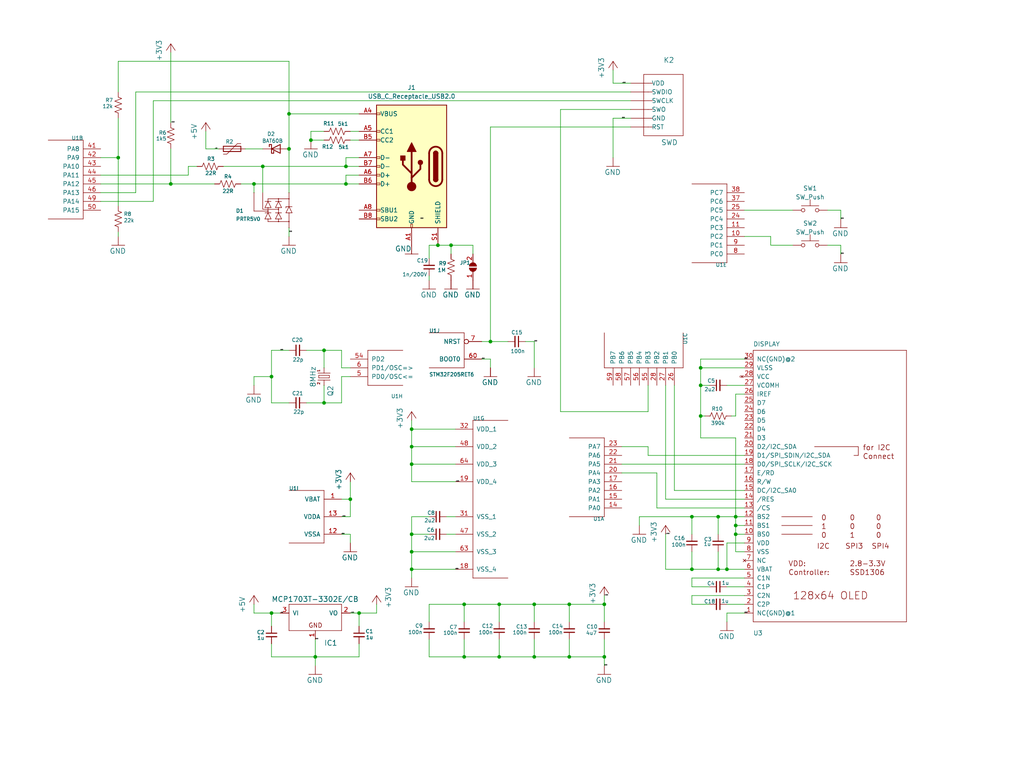
<source format=kicad_sch>
(kicad_sch (version 20230121) (generator eeschema)
  (paper "User" 297.002 219.608)
  (lib_symbols
    (symbol "Connector:USB_C_Receptacle_USB2.0" (pin_names (offset 1.016))
      (property "Reference" "J" (at -10.16 19.05 0))
      (property "Value" "USB_C_Receptacle_USB2.0" (at 19.05 19.05 0))
      (symbol "USB_C_Receptacle_USB2.0_1_1"
        (pin passive line (at 0 -22.86 90) (length 5.08) (name "GND") (number "A1"))
        (pin passive line (at 0 -22.86 90) (length 5.08) hide (name "GND") (number "A12"))
        (pin passive line (at 15.24 15.24 180) (length 5.08) (name "VBUS") (number "A4"))
        (pin bidirectional line (at 15.24 10.16 180) (length 5.08) (name "CC1") (number "A5"))
        (pin bidirectional line (at 15.24 -2.54 180) (length 5.08) (name "D+") (number "A6"))
        (pin bidirectional line (at 15.24 2.54 180) (length 5.08) (name "D-") (number "A7"))
        (pin bidirectional line (at 15.24 -12.7 180) (length 5.08) (name "SBU1") (number "A8"))
        (pin passive line (at 15.24 15.24 180) (length 5.08) hide (name "VBUS") (number "A9"))
        (pin passive line (at 0 -22.86 90) (length 5.08) hide (name "GND") (number "B1"))
        (pin passive line (at 0 -22.86 90) (length 5.08) hide (name "GND") (number "B12"))
        (pin passive line (at 15.24 15.24 180) (length 5.08) hide (name "VBUS") (number "B4"))
        (pin bidirectional line (at 15.24 7.62 180) (length 5.08) (name "CC2") (number "B5"))
        (pin bidirectional line (at 15.24 -5.08 180) (length 5.08) (name "D+") (number "B6"))
        (pin bidirectional line (at 15.24 0 180) (length 5.08) (name "D-") (number "B7"))
        (pin bidirectional line (at 15.24 -15.24 180) (length 5.08) (name "SBU2") (number "B8"))
        (pin passive line (at 15.24 15.24 180) (length 5.08) hide (name "VBUS") (number "B9"))
        (pin passive line (at -7.62 -22.86 90) (length 5.08) (name "SHIELD") (number "S1"))
      )
    )
    (symbol "Device:C_Small" (pin_numbers hide) (pin_names (offset 0.254) hide)
      (property "Reference" "C" (at 0.254 1.778 0))
      (property "Value" "C_Small" (at 0.254 -2.032 0))
      (symbol "C_Small_1_1"
        (pin passive line (at 0 2.54 270) (length 2.032) (name "~") (number "1"))
        (pin passive line (at 0 -2.54 90) (length 2.032) (name "~") (number "2"))
      )
    )
    (symbol "Device:Polyfuse" (pin_numbers hide) (pin_names (offset 0))
      (property "Reference" "F" (at -2.54 0 90))
      (property "Value" "Polyfuse" (at 2.54 0 90))
      (symbol "Polyfuse_1_1"
        (pin passive line (at 0 3.81 270) (length 1.27) (name "~") (number "1"))
        (pin passive line (at 0 -3.81 90) (length 1.27) (name "~") (number "2"))
      )
    )
    (symbol "Device:R_US" (pin_numbers hide) (pin_names (offset 0))
      (property "Reference" "R" (at 2.54 0 90))
      (property "Value" "R_US" (at -2.54 0 90))
      (symbol "R_US_1_1"
        (pin passive line (at 0 3.81 270) (length 1.27) (name "~") (number "1"))
        (pin passive line (at 0 -3.81 90) (length 1.27) (name "~") (number "2"))
      )
    )
    (symbol "Diode:BAT60A" (pin_numbers hide) (pin_names (offset 1.016) hide)
      (property "Reference" "D" (at 0 2.54 0))
      (property "Value" "BAT60A" (at 0 -2.54 0))
      (symbol "BAT60A_1_1"
        (pin passive line (at -3.81 0 0) (length 2.54) (name "K") (number "1"))
        (pin passive line (at 3.81 0 180) (length 2.54) (name "A") (number "2"))
      )
    )
    (symbol "Jumper:SolderJumper_2_Open" (pin_names (offset 0) hide)
      (property "Reference" "JP" (at 0 2.032 0))
      (property "Value" "SolderJumper_2_Open" (at 0 -2.54 0))
      (symbol "SolderJumper_2_Open_1_1"
        (pin passive line (at -3.81 0 0) (length 2.54) (name "A") (number "1"))
        (pin passive line (at 3.81 0 180) (length 2.54) (name "B") (number "2"))
      )
    )
    (symbol "Switch:SW_Push" (pin_numbers hide) (pin_names (offset 1.016) hide)
      (property "Reference" "SW" (at 1.27 2.54 0))
      (property "Value" "SW_Push" (at 0 -1.524 0))
      (symbol "SW_Push_0_1"
        (pin passive line (at -5.08 0 0) (length 2.54) (name "1") (number "1"))
        (pin passive line (at 5.08 0 180) (length 2.54) (name "2") (number "2"))
      )
    )
    (symbol "trezor_v1.1-eagle-import:+3V3" (power) (pin_names (offset 1.016))
      (property "Value" "+3V3" (at -2.54 -5.08 90))
      (symbol "+3V3_1_0"
        (pin power_in line (at 0 -2.54 90) (length 2.54) (name "+3V3") (number "1"))
      )
    )
    (symbol "trezor_v1.1-eagle-import:+5V" (power) (pin_names (offset 1.016))
      (property "Value" "+5V" (at -2.54 -5.08 90))
      (symbol "+5V_1_0"
        (pin power_in line (at 0 -2.54 90) (length 2.54) (name "+5V") (number "1"))
      )
    )
    (symbol "trezor_v1.1-eagle-import:CRYSTALCTS406" (pin_names (offset 1.016))
      (property "Reference" "Q" (at 2.54 1.016 0))
      (property "Value" "CRYSTALCTS406" (at 2.54 -2.54 0))
      (symbol "CRYSTALCTS406_1_0"
        (text "1" (at -2.159 -1.143 0) (effects (font (size 0.7112 0.7112)) (justify left bottom)))
        (text "2" (at 1.524 -1.143 0) (effects (font (size 0.7112 0.7112)) (justify left bottom)))
        (pin passive line (at -2.54 0 0) (length 0) (name "1") (number "1"))
        (pin passive line (at 2.54 0 180) (length 0) (name "2") (number "3"))
      )
    )
    (symbol "trezor_v1.1-eagle-import:DISP_OLED_UG-2864HSWEG010.96{dblquote}" (pin_names (offset 1.016))
      (property "Reference" "U" (at -22.86 40.64 0))
      (property "Value" "DISP_OLED_UG-2864HSWEG010.96{dblquote}" (at -22.86 -43.18 0))
      (symbol "DISP_OLED_UG-2864HSWEG010.96{dblquote}_1_0"
        (text "0" (at -3.175 6.985 0) (effects (font (size 1.4986 1.4986)) (justify left bottom)))
        (text "0" (at -3.175 12.065 0) (effects (font (size 1.4986 1.4986)) (justify left bottom)))
        (text "0" (at 5.08 6.985 0) (effects (font (size 1.4986 1.4986)) (justify left bottom)))
        (text "0" (at 5.08 9.525 0) (effects (font (size 1.4986 1.4986)) (justify left bottom)))
        (text "0" (at 12.7 6.985 0) (effects (font (size 1.4986 1.4986)) (justify left bottom)))
        (text "0" (at 12.7 9.525 0) (effects (font (size 1.4986 1.4986)) (justify left bottom)))
        (text "0" (at 12.7 12.065 0) (effects (font (size 1.4986 1.4986)) (justify left bottom)))
        (text "1" (at -3.175 9.525 0) (effects (font (size 1.4986 1.4986)) (justify left bottom)))
        (text "1" (at 5.08 12.065 0) (effects (font (size 1.4986 1.4986)) (justify left bottom)))
        (text "128x64 OLED" (at -11.43 29.21 0) (effects (font (size 2.159 2.159)) (justify left bottom)))
        (text "2.8-3.3V" (at 5.08 20.32 0) (effects (font (size 1.4986 1.4986)) (justify left bottom)))
        (text "Connect" (at 8.89 -10.795 0) (effects (font (size 1.4986 1.4986)) (justify left bottom)))
        (text "Controller:" (at -12.7 22.86 0) (effects (font (size 1.4986 1.4986)) (justify left bottom)))
        (text "for I2C" (at 8.89 -13.335 0) (effects (font (size 1.4986 1.4986)) (justify left bottom)))
        (text "I2C" (at -4.445 15.24 0) (effects (font (size 1.4986 1.4986)) (justify left bottom)))
        (text "SPI3" (at 3.81 15.24 0) (effects (font (size 1.4986 1.4986)) (justify left bottom)))
        (text "SPI4" (at 11.43 15.24 0) (effects (font (size 1.4986 1.4986)) (justify left bottom)))
        (text "SSD1306" (at 5.08 22.86 0) (effects (font (size 1.4986 1.4986)) (justify left bottom)))
        (text "VDD:" (at -12.7 20.32 0) (effects (font (size 1.4986 1.4986)) (justify left bottom)))
        (pin input line (at -25.4 35.56 0) (length 2.54) (name "NC(GND)@1") (number "1"))
        (pin input line (at -25.4 12.7 0) (length 2.54) (name "BS0") (number "10"))
        (pin input line (at -25.4 10.16 0) (length 2.54) (name "BS1") (number "11"))
        (pin input line (at -25.4 7.62 0) (length 2.54) (name "BS2") (number "12"))
        (pin input line (at -25.4 5.08 0) (length 2.54) (name "/CS") (number "13"))
        (pin input line (at -25.4 2.54 0) (length 2.54) (name "/RES") (number "14"))
        (pin input line (at -25.4 0 0) (length 2.54) (name "DC/I2C_SA0") (number "15"))
        (pin input line (at -25.4 -2.54 0) (length 2.54) (name "R/W") (number "16"))
        (pin input line (at -25.4 -5.08 0) (length 2.54) (name "E/RD") (number "17"))
        (pin bidirectional line (at -25.4 -7.62 0) (length 2.54) (name "D0/SPI_SCLK/I2C_SCK") (number "18"))
        (pin bidirectional line (at -25.4 -10.16 0) (length 2.54) (name "D1/SPI_SDIN/I2C_SDA") (number "19"))
        (pin input line (at -25.4 33.02 0) (length 2.54) (name "C2P") (number "2"))
        (pin bidirectional line (at -25.4 -12.7 0) (length 2.54) (name "D2/I2C_SDA") (number "20"))
        (pin bidirectional line (at -25.4 -15.24 0) (length 2.54) (name "D3") (number "21"))
        (pin bidirectional line (at -25.4 -17.78 0) (length 2.54) (name "D4") (number "22"))
        (pin bidirectional line (at -25.4 -20.32 0) (length 2.54) (name "D5") (number "23"))
        (pin bidirectional line (at -25.4 -22.86 0) (length 2.54) (name "D6") (number "24"))
        (pin bidirectional line (at -25.4 -25.4 0) (length 2.54) (name "D7") (number "25"))
        (pin input line (at -25.4 -27.94 0) (length 2.54) (name "IREF") (number "26"))
        (pin output line (at -25.4 -30.48 0) (length 2.54) (name "VCOMH") (number "27"))
        (pin power_in line (at -25.4 -33.02 0) (length 2.54) (name "VCC") (number "28"))
        (pin power_in line (at -25.4 -35.56 0) (length 2.54) (name "VLSS") (number "29"))
        (pin input line (at -25.4 30.48 0) (length 2.54) (name "C2N") (number "3"))
        (pin input line (at -25.4 -38.1 0) (length 2.54) (name "NC(GND)@2") (number "30"))
        (pin input line (at -25.4 27.94 0) (length 2.54) (name "C1P") (number "4"))
        (pin input line (at -25.4 25.4 0) (length 2.54) (name "C1N") (number "5"))
        (pin input line (at -25.4 22.86 0) (length 2.54) (name "VBAT") (number "6"))
        (pin no_connect line (at -25.4 20.32 0) (length 2.54) (name "NC") (number "7"))
        (pin power_in line (at -25.4 17.78 0) (length 2.54) (name "VSS") (number "8"))
        (pin power_in line (at -25.4 15.24 0) (length 2.54) (name "VDD") (number "9"))
      )
    )
    (symbol "trezor_v1.1-eagle-import:GND" (power) (pin_names (offset 1.016))
      (property "Value" "GND" (at -2.54 -2.54 0))
      (symbol "GND_1_0"
        (pin power_in line (at 0 2.54 270) (length 2.54) (name "GND") (number "1"))
      )
    )
    (symbol "trezor_v1.1-eagle-import:MCP1703CB" (pin_names (offset 1.016))
      (property "Reference" "IC" (at -7.62 5.715 0))
      (property "Value" "MCP1703CB" (at -7.62 3.175 0))
      (symbol "MCP1703CB_1_0"
        (text "GND" (at -2.032 -4.318 0) (effects (font (size 1.2954 1.2954)) (justify left bottom)))
        (pin passive line (at 0 -7.62 90) (length 2.54) (name "GND") (number "1"))
        (pin passive line (at 10.16 0 180) (length 2.54) (name "VO") (number "2"))
        (pin input line (at -10.16 0 0) (length 2.54) (name "VI") (number "3"))
      )
    )
    (symbol "trezor_v1.1-eagle-import:PRTR5V0_SOT143B" (pin_names (offset 1.016))
      (property "Reference" "D" (at -3.81 4.445 0))
      (property "Value" "PRTR5V0_SOT143B" (at -1.905 -5.715 0))
      (symbol "PRTR5V0_SOT143B_1_0"
        (pin passive line (at -5.08 -5.08 90) (length 0) (name "GND") (number "1"))
        (pin passive line (at 2.54 5.08 90) (length 0) (name "I/O1") (number "2"))
        (pin passive line (at 5.08 5.08 90) (length 0) (name "I/O2") (number "3"))
        (pin passive line (at -5.08 5.08 90) (length 0) (name "VCC") (number "4"))
      )
    )
    (symbol "trezor_v1.1-eagle-import:STM32F10XRXT6" (pin_names (offset 1.016))
      (property "Reference" "U" (at -5.08 5.08 0))
      (property "Value" "STM32F10XRXT6" (at -5.08 -7.62 0))
      (symbol "STM32F10XRXT6_1_0"
        (pin bidirectional line (at -7.62 7.62 0) (length 5.08) (name "PA0") (number "14"))
        (pin bidirectional line (at -7.62 5.08 0) (length 5.08) (name "PA1") (number "15"))
        (pin bidirectional line (at -7.62 2.54 0) (length 5.08) (name "PA2") (number "16"))
        (pin bidirectional line (at -7.62 0 0) (length 5.08) (name "PA3") (number "17"))
        (pin bidirectional line (at -7.62 -2.54 0) (length 5.08) (name "PA4") (number "20"))
        (pin bidirectional line (at -7.62 -5.08 0) (length 5.08) (name "PA5") (number "21"))
        (pin bidirectional line (at -7.62 -7.62 0) (length 5.08) (name "PA6") (number "22"))
        (pin bidirectional line (at -7.62 -10.16 0) (length 5.08) (name "PA7") (number "23"))
      )
      (symbol "STM32F10XRXT6_2_0"
        (pin bidirectional line (at -7.62 10.16 0) (length 5.08) (name "PA8") (number "41"))
        (pin bidirectional line (at -7.62 7.62 0) (length 5.08) (name "PA9") (number "42"))
        (pin bidirectional line (at -7.62 5.08 0) (length 5.08) (name "PA10") (number "43"))
        (pin bidirectional line (at -7.62 2.54 0) (length 5.08) (name "PA11") (number "44"))
        (pin bidirectional line (at -7.62 0 0) (length 5.08) (name "PA12") (number "45"))
        (pin bidirectional line (at -7.62 -2.54 0) (length 5.08) (name "PA13") (number "46"))
        (pin bidirectional line (at -7.62 -5.08 0) (length 5.08) (name "PA14") (number "49"))
        (pin bidirectional line (at -7.62 -7.62 0) (length 5.08) (name "PA15") (number "50"))
      )
      (symbol "STM32F10XRXT6_3_0"
        (pin bidirectional line (at 10.16 10.16 180) (length 5.08) (name "PB0") (number "26"))
        (pin bidirectional line (at 10.16 7.62 180) (length 5.08) (name "PB1") (number "27"))
        (pin bidirectional line (at 10.16 5.08 180) (length 5.08) (name "PB2") (number "28"))
        (pin bidirectional line (at 10.16 2.54 180) (length 5.08) (name "PB3") (number "55"))
        (pin bidirectional line (at 10.16 0 180) (length 5.08) (name "PB4") (number "56"))
        (pin bidirectional line (at 10.16 -2.54 180) (length 5.08) (name "PB5") (number "57"))
        (pin bidirectional line (at 10.16 -5.08 180) (length 5.08) (name "PB6") (number "58"))
        (pin bidirectional line (at 10.16 -7.62 180) (length 5.08) (name "PB7") (number "59"))
      )
      (symbol "STM32F10XRXT6_4_0"
        (pin bidirectional line (at 10.16 2.54 180) (length 5.08) (name "PB10") (number "29"))
        (pin bidirectional line (at 10.16 0 180) (length 5.08) (name "PB11") (number "30"))
        (pin bidirectional line (at 10.16 -2.54 180) (length 5.08) (name "PB12") (number "33"))
        (pin bidirectional line (at 10.16 -5.08 180) (length 5.08) (name "PB13") (number "34"))
        (pin bidirectional line (at 10.16 -7.62 180) (length 5.08) (name "PB14") (number "35"))
        (pin bidirectional line (at 10.16 -10.16 180) (length 5.08) (name "PB15") (number "36"))
        (pin bidirectional line (at 10.16 7.62 180) (length 5.08) (name "PB8") (number "61"))
        (pin bidirectional line (at 10.16 5.08 180) (length 5.08) (name "PB9") (number "62"))
      )
      (symbol "STM32F10XRXT6_5_0"
        (pin bidirectional line (at -10.16 5.08 0) (length 5.08) (name "PC2") (number "10"))
        (pin bidirectional line (at -10.16 2.54 0) (length 5.08) (name "PC3") (number "11"))
        (pin bidirectional line (at -10.16 0 0) (length 5.08) (name "PC4") (number "24"))
        (pin bidirectional line (at -10.16 -2.54 0) (length 5.08) (name "PC5") (number "25"))
        (pin bidirectional line (at -10.16 -5.08 0) (length 5.08) (name "PC6") (number "37"))
        (pin bidirectional line (at -10.16 -7.62 0) (length 5.08) (name "PC7") (number "38"))
        (pin bidirectional line (at -10.16 10.16 0) (length 5.08) (name "PC0") (number "8"))
        (pin bidirectional line (at -10.16 7.62 0) (length 5.08) (name "PC1") (number "9"))
      )
      (symbol "STM32F10XRXT6_6_0"
        (pin bidirectional line (at -10.16 -5.08 0) (length 5.08) (name "PC13") (number "2"))
        (pin bidirectional line (at -10.16 -7.62 0) (length 5.08) (name "PC14") (number "3"))
        (pin bidirectional line (at -10.16 7.62 0) (length 5.08) (name "PC8") (number "39"))
        (pin bidirectional line (at -10.16 -10.16 0) (length 5.08) (name "PC15") (number "4"))
        (pin bidirectional line (at -10.16 5.08 0) (length 5.08) (name "PC9") (number "40"))
        (pin bidirectional line (at -10.16 2.54 0) (length 5.08) (name "PC10") (number "51"))
        (pin bidirectional line (at -10.16 0 0) (length 5.08) (name "PC11") (number "52"))
        (pin bidirectional line (at -10.16 -2.54 0) (length 5.08) (name "PC12") (number "53"))
      )
      (symbol "STM32F10XRXT6_7_0"
        (pin power_in line (at -10.16 -20.32 0) (length 5.08) (name "VSS_4") (number "18"))
        (pin power_in line (at -10.16 5.08 0) (length 5.08) (name "VDD_4") (number "19"))
        (pin power_in line (at -10.16 -5.08 0) (length 5.08) (name "VSS_1") (number "31"))
        (pin power_in line (at -10.16 20.32 0) (length 5.08) (name "VDD_1") (number "32"))
        (pin power_in line (at -10.16 -10.16 0) (length 5.08) (name "VSS_2") (number "47"))
        (pin power_in line (at -10.16 15.24 0) (length 5.08) (name "VDD_2") (number "48"))
        (pin power_in line (at -10.16 -15.24 0) (length 5.08) (name "VSS_3") (number "63"))
        (pin power_in line (at -10.16 10.16 0) (length 5.08) (name "VDD_3") (number "64"))
      )
      (symbol "STM32F10XRXT6_8_0"
        (pin bidirectional line (at 10.16 2.54 180) (length 5.08) (name "PD0/OSC<=") (number "5"))
        (pin bidirectional line (at 10.16 -2.54 180) (length 5.08) (name "PD2") (number "54"))
        (pin bidirectional line (at 10.16 0 180) (length 5.08) (name "PD1/OSC=>") (number "6"))
      )
      (symbol "STM32F10XRXT6_9_0"
        (pin power_in line (at 10.16 5.08 180) (length 5.08) (name "VBAT") (number "1"))
        (pin power_in line (at 10.16 -5.08 180) (length 5.08) (name "VSSA") (number "12"))
        (pin power_in line (at 10.16 0 180) (length 5.08) (name "VDDA") (number "13"))
      )
      (symbol "STM32F10XRXT6_10_0"
        (pin input line (at 10.16 -2.54 180) (length 5.08) (name "BOOT0") (number "60"))
        (pin input inverted (at 10.16 2.54 180) (length 5.08) (name "NRST") (number "7"))
      )
    )
    (symbol "trezor_v1.1-eagle-import:SWD" (pin_names (offset 1.016))
      (property "Value" "SWD" (at 6.096 10.414 0))
      (symbol "SWD_1_0"
        (pin passive line (at -7.62 5.08 0) (length 5.08) (name "RST") (number "1"))
        (pin passive line (at -7.62 2.54 0) (length 5.08) (name "GND") (number "2"))
        (pin passive line (at -7.62 0 0) (length 5.08) (name "SWO") (number "3"))
        (pin passive line (at -7.62 -2.54 0) (length 5.08) (name "SWCLK") (number "4"))
        (pin passive line (at -7.62 -5.08 0) (length 5.08) (name "SWDIO") (number "5"))
        (pin passive line (at -7.62 -7.62 0) (length 5.08) (name "VDD") (number "6"))
      )
    )
  )
  (junction (at 130.81 71.12))
  (junction (at 76.2 48.26))
  (junction (at 93.98 116.84))
  (junction (at 91.44 190.5))
  (junction (at 93.98 101.6))
  (junction (at 119.38 165.1))
  (junction (at 210.82 165.1))
  (junction (at 100.33 48.26))
  (junction (at 144.78 175.26))
  (junction (at 134.62 190.5))
  (junction (at 78.74 177.8))
  (junction (at 83.82 33.02))
  (junction (at 165.1 175.26))
  (junction (at 175.26 190.5))
  (junction (at 127 71.12))
  (junction (at 200.66 165.1))
  (junction (at 119.38 154.94))
  (junction (at 119.38 160.02))
  (junction (at 154.94 175.26))
  (junction (at 78.74 109.22))
  (junction (at 119.38 124.46))
  (junction (at 134.62 175.26))
  (junction (at 175.26 175.26))
  (junction (at 100.33 53.34))
  (junction (at 83.82 43.18))
  (junction (at 165.1 190.5))
  (junction (at 203.2 106.68))
  (junction (at 142.24 99.06))
  (junction (at 73.66 53.34))
  (junction (at 154.94 190.5))
  (junction (at 203.2 111.76))
  (junction (at 208.28 165.1))
  (junction (at 90.17 40.64))
  (junction (at 213.36 152.4))
  (junction (at 144.78 190.5))
  (junction (at 49.53 53.34))
  (junction (at 104.14 177.8))
  (junction (at 34.29 45.72))
  (junction (at 119.38 129.54))
  (junction (at 119.38 134.62))
  (junction (at 101.6 144.78))
  (junction (at 213.36 149.86))
  (junction (at 213.36 154.94))
  (junction (at 203.2 120.65))
  (junction (at 208.28 149.86))
  (junction (at 200.66 149.86))
  (wire (pts (xy 104.14 177.8) (xy 109.22 177.8)))
  (wire (pts (xy 132.08 129.54) (xy 119.38 129.54)))
  (wire (pts (xy 208.28 149.86) (xy 208.28 154.94)))
  (wire (pts (xy 93.98 101.6) (xy 88.9 101.6)))
  (wire (pts (xy 124.46 190.5) (xy 134.62 190.5)))
  (wire (pts (xy 142.24 36.83) (xy 142.24 99.06)))
  (wire (pts (xy 208.28 165.1) (xy 200.66 165.1)))
  (wire (pts (xy 243.84 60.96) (xy 240.03 60.96)))
  (wire (pts (xy 180.34 137.16) (xy 190.5 137.16)))
  (wire (pts (xy 34.29 34.29) (xy 34.29 45.72)))
  (wire (pts (xy 203.2 106.68) (xy 203.2 104.14)))
  (wire (pts (xy 139.7 104.14) (xy 142.24 104.14)))
  (wire (pts (xy 165.1 175.26) (xy 154.94 175.26)))
  (wire (pts (xy 215.9 154.94) (xy 213.36 154.94)))
  (wire (pts (xy 215.9 165.1) (xy 210.82 165.1)))
  (wire (pts (xy 34.29 67.31) (xy 34.29 68.58)))
  (wire (pts (xy 182.88 34.29) (xy 177.8 34.29)))
  (wire (pts (xy 144.78 190.5) (xy 134.62 190.5)))
  (wire (pts (xy 44.45 29.21) (xy 182.88 29.21)))
  (wire (pts (xy 213.36 149.86) (xy 213.36 127)))
  (wire (pts (xy 57.15 48.26) (xy 54.61 48.26)))
  (wire (pts (xy 175.26 175.26) (xy 165.1 175.26)))
  (wire (pts (xy 104.14 45.72) (xy 100.33 45.72)))
  (wire (pts (xy 195.58 142.24) (xy 195.58 111.76)))
  (wire (pts (xy 215.9 111.76) (xy 210.82 111.76)))
  (wire (pts (xy 193.04 154.94) (xy 193.04 165.1)))
  (wire (pts (xy 162.56 31.75) (xy 182.88 31.75)))
  (wire (pts (xy 78.74 181.61) (xy 78.74 177.8)))
  (wire (pts (xy 90.17 40.64) (xy 93.98 40.64)))
  (wire (pts (xy 180.34 129.54) (xy 187.96 129.54)))
  (wire (pts (xy 193.04 144.78) (xy 215.9 144.78)))
  (wire (pts (xy 73.66 177.8) (xy 78.74 177.8)))
  (wire (pts (xy 54.61 50.8) (xy 54.61 48.26)))
  (wire (pts (xy 71.12 43.18) (xy 76.2 43.18)))
  (wire (pts (xy 134.62 190.5) (xy 134.62 185.42)))
  (wire (pts (xy 104.14 50.8) (xy 100.33 50.8)))
  (wire (pts (xy 83.82 33.02) (xy 104.14 33.02)))
  (wire (pts (xy 90.17 38.1) (xy 90.17 40.64)))
  (wire (pts (xy 99.06 101.6) (xy 93.98 101.6)))
  (wire (pts (xy 215.9 177.8) (xy 210.82 177.8)))
  (wire (pts (xy 223.52 68.58) (xy 215.9 68.58)))
  (wire (pts (xy 223.52 71.12) (xy 223.52 68.58)))
  (wire (pts (xy 185.42 149.86) (xy 185.42 152.4)))
  (wire (pts (xy 78.74 101.6) (xy 78.74 109.22)))
  (wire (pts (xy 213.36 160.02) (xy 213.36 154.94)))
  (wire (pts (xy 182.88 36.83) (xy 142.24 36.83)))
  (wire (pts (xy 182.88 26.67) (xy 39.37 26.67)))
  (wire (pts (xy 39.37 26.67) (xy 39.37 55.88)))
  (wire (pts (xy 243.84 73.66) (xy 243.84 71.12)))
  (wire (pts (xy 175.26 175.26) (xy 175.26 180.34)))
  (wire (pts (xy 100.33 50.8) (xy 100.33 53.34)))
  (wire (pts (xy 142.24 99.06) (xy 147.32 99.06)))
  (wire (pts (xy 93.98 38.1) (xy 90.17 38.1)))
  (wire (pts (xy 124.46 71.12) (xy 127 71.12)))
  (wire (pts (xy 104.14 190.5) (xy 91.44 190.5)))
  (wire (pts (xy 29.21 53.34) (xy 49.53 53.34)))
  (wire (pts (xy 165.1 190.5) (xy 154.94 190.5)))
  (wire (pts (xy 119.38 160.02) (xy 119.38 165.1)))
  (wire (pts (xy 190.5 147.32) (xy 215.9 147.32)))
  (wire (pts (xy 100.33 48.26) (xy 104.14 48.26)))
  (wire (pts (xy 215.9 60.96) (xy 229.87 60.96)))
  (wire (pts (xy 109.22 177.8) (xy 109.22 175.26)))
  (wire (pts (xy 73.66 109.22) (xy 73.66 111.76)))
  (wire (pts (xy 73.66 177.8) (xy 73.66 175.26)))
  (wire (pts (xy 134.62 180.34) (xy 134.62 175.26)))
  (wire (pts (xy 200.66 175.26) (xy 205.74 175.26)))
  (wire (pts (xy 134.62 175.26) (xy 124.46 175.26)))
  (wire (pts (xy 154.94 180.34) (xy 154.94 175.26)))
  (wire (pts (xy 132.08 165.1) (xy 119.38 165.1)))
  (wire (pts (xy 73.66 53.34) (xy 69.85 53.34)))
  (wire (pts (xy 195.58 142.24) (xy 215.9 142.24)))
  (wire (pts (xy 213.36 149.86) (xy 215.9 149.86)))
  (wire (pts (xy 76.2 55.88) (xy 76.2 48.26)))
  (wire (pts (xy 215.9 152.4) (xy 213.36 152.4)))
  (wire (pts (xy 177.8 34.29) (xy 177.8 45.72)))
  (wire (pts (xy 104.14 186.69) (xy 104.14 190.5)))
  (wire (pts (xy 44.45 58.42) (xy 44.45 29.21)))
  (wire (pts (xy 91.44 190.5) (xy 78.74 190.5)))
  (wire (pts (xy 119.38 134.62) (xy 119.38 129.54)))
  (wire (pts (xy 213.36 154.94) (xy 213.36 152.4)))
  (wire (pts (xy 187.96 129.54) (xy 187.96 132.08)))
  (wire (pts (xy 100.33 53.34) (xy 104.14 53.34)))
  (wire (pts (xy 101.6 40.64) (xy 104.14 40.64)))
  (wire (pts (xy 119.38 129.54) (xy 119.38 124.46)))
  (wire (pts (xy 175.26 172.72) (xy 175.26 175.26)))
  (wire (pts (xy 119.38 139.7) (xy 119.38 134.62)))
  (wire (pts (xy 203.2 120.65) (xy 203.2 127)))
  (wire (pts (xy 99.06 109.22) (xy 99.06 116.84)))
  (wire (pts (xy 144.78 175.26) (xy 134.62 175.26)))
  (wire (pts (xy 177.8 24.13) (xy 177.8 20.32)))
  (wire (pts (xy 175.26 190.5) (xy 175.26 185.42)))
  (wire (pts (xy 78.74 109.22) (xy 78.74 116.84)))
  (wire (pts (xy 101.6 109.22) (xy 99.06 109.22)))
  (wire (pts (xy 101.6 154.94) (xy 101.6 157.48)))
  (wire (pts (xy 210.82 170.18) (xy 215.9 170.18)))
  (wire (pts (xy 215.9 175.26) (xy 210.82 175.26)))
  (wire (pts (xy 49.53 43.18) (xy 49.53 53.34)))
  (wire (pts (xy 215.9 104.14) (xy 203.2 104.14)))
  (wire (pts (xy 124.46 190.5) (xy 124.46 185.42)))
  (wire (pts (xy 78.74 190.5) (xy 78.74 186.69)))
  (wire (pts (xy 213.36 152.4) (xy 213.36 149.86)))
  (wire (pts (xy 200.66 160.02) (xy 200.66 165.1)))
  (wire (pts (xy 215.9 106.68) (xy 203.2 106.68)))
  (wire (pts (xy 165.1 190.5) (xy 165.1 185.42)))
  (wire (pts (xy 93.98 116.84) (xy 88.9 116.84)))
  (wire (pts (xy 104.14 181.61) (xy 104.14 177.8)))
  (wire (pts (xy 83.82 55.88) (xy 83.82 43.18)))
  (wire (pts (xy 203.2 106.68) (xy 203.2 111.76)))
  (wire (pts (xy 83.82 66.04) (xy 83.82 68.58)))
  (wire (pts (xy 229.87 71.12) (xy 223.52 71.12)))
  (wire (pts (xy 34.29 17.78) (xy 83.82 17.78)))
  (wire (pts (xy 93.98 106.68) (xy 93.98 101.6)))
  (wire (pts (xy 83.82 17.78) (xy 83.82 33.02)))
  (wire (pts (xy 193.04 165.1) (xy 200.66 165.1)))
  (wire (pts (xy 210.82 165.1) (xy 208.28 165.1)))
  (wire (pts (xy 190.5 137.16) (xy 190.5 147.32)))
  (wire (pts (xy 132.08 134.62) (xy 119.38 134.62)))
  (wire (pts (xy 62.23 53.34) (xy 49.53 53.34)))
  (wire (pts (xy 137.16 71.12) (xy 137.16 73.66)))
  (wire (pts (xy 180.34 134.62) (xy 215.9 134.62)))
  (wire (pts (xy 187.96 119.38) (xy 162.56 119.38)))
  (wire (pts (xy 124.46 180.34) (xy 124.46 175.26)))
  (wire (pts (xy 101.6 149.86) (xy 101.6 144.78)))
  (wire (pts (xy 152.4 99.06) (xy 154.94 99.06)))
  (wire (pts (xy 187.96 132.08) (xy 215.9 132.08)))
  (wire (pts (xy 139.7 99.06) (xy 142.24 99.06)))
  (wire (pts (xy 213.36 114.3) (xy 213.36 120.65)))
  (wire (pts (xy 54.61 50.8) (xy 29.21 50.8)))
  (wire (pts (xy 165.1 180.34) (xy 165.1 175.26)))
  (wire (pts (xy 91.44 185.42) (xy 91.44 190.5)))
  (wire (pts (xy 154.94 175.26) (xy 144.78 175.26)))
  (wire (pts (xy 200.66 154.94) (xy 200.66 149.86)))
  (wire (pts (xy 76.2 48.26) (xy 64.77 48.26)))
  (wire (pts (xy 132.08 160.02) (xy 119.38 160.02)))
  (wire (pts (xy 142.24 104.14) (xy 142.24 106.68)))
  (wire (pts (xy 49.53 15.24) (xy 49.53 35.56)))
  (wire (pts (xy 119.38 149.86) (xy 119.38 154.94)))
  (wire (pts (xy 144.78 180.34) (xy 144.78 175.26)))
  (wire (pts (xy 210.82 177.8) (xy 210.82 180.34)))
  (wire (pts (xy 130.81 71.12) (xy 137.16 71.12)))
  (wire (pts (xy 208.28 160.02) (xy 208.28 165.1)))
  (wire (pts (xy 101.6 144.78) (xy 101.6 139.7)))
  (wire (pts (xy 144.78 190.5) (xy 144.78 185.42)))
  (wire (pts (xy 215.9 114.3) (xy 213.36 114.3)))
  (wire (pts (xy 215.9 172.72) (xy 200.66 172.72)))
  (wire (pts (xy 83.82 101.6) (xy 78.74 101.6)))
  (wire (pts (xy 213.36 127) (xy 203.2 127)))
  (wire (pts (xy 132.08 124.46) (xy 119.38 124.46)))
  (wire (pts (xy 175.26 193.04) (xy 175.26 190.5)))
  (wire (pts (xy 119.38 154.94) (xy 119.38 160.02)))
  (wire (pts (xy 99.06 144.78) (xy 101.6 144.78)))
  (wire (pts (xy 34.29 45.72) (xy 34.29 59.69)))
  (wire (pts (xy 73.66 55.88) (xy 73.66 53.34)))
  (wire (pts (xy 200.66 170.18) (xy 205.74 170.18)))
  (wire (pts (xy 182.88 24.13) (xy 177.8 24.13)))
  (wire (pts (xy 124.46 80.01) (xy 124.46 81.28)))
  (wire (pts (xy 200.66 167.64) (xy 215.9 167.64)))
  (wire (pts (xy 101.6 177.8) (xy 104.14 177.8)))
  (wire (pts (xy 132.08 139.7) (xy 119.38 139.7)))
  (wire (pts (xy 193.04 144.78) (xy 193.04 111.76)))
  (wire (pts (xy 101.6 106.68) (xy 99.06 106.68)))
  (wire (pts (xy 210.82 157.48) (xy 210.82 165.1)))
  (wire (pts (xy 200.66 149.86) (xy 208.28 149.86)))
  (wire (pts (xy 91.44 190.5) (xy 91.44 193.04)))
  (wire (pts (xy 93.98 111.76) (xy 93.98 116.84)))
  (wire (pts (xy 99.06 149.86) (xy 101.6 149.86)))
  (wire (pts (xy 129.54 149.86) (xy 132.08 149.86)))
  (wire (pts (xy 124.46 149.86) (xy 119.38 149.86)))
  (wire (pts (xy 119.38 124.46) (xy 119.38 121.92)))
  (wire (pts (xy 215.9 160.02) (xy 213.36 160.02)))
  (wire (pts (xy 29.21 58.42) (xy 44.45 58.42)))
  (wire (pts (xy 205.74 111.76) (xy 203.2 111.76)))
  (wire (pts (xy 213.36 149.86) (xy 208.28 149.86)))
  (wire (pts (xy 243.84 71.12) (xy 240.03 71.12)))
  (wire (pts (xy 204.47 120.65) (xy 203.2 120.65)))
  (wire (pts (xy 124.46 74.93) (xy 124.46 71.12)))
  (wire (pts (xy 59.69 43.18) (xy 59.69 38.1)))
  (wire (pts (xy 200.66 149.86) (xy 185.42 149.86)))
  (wire (pts (xy 175.26 190.5) (xy 165.1 190.5)))
  (wire (pts (xy 99.06 116.84) (xy 93.98 116.84)))
  (wire (pts (xy 39.37 55.88) (xy 29.21 55.88)))
  (wire (pts (xy 162.56 119.38) (xy 162.56 31.75)))
  (wire (pts (xy 76.2 48.26) (xy 100.33 48.26)))
  (wire (pts (xy 200.66 167.64) (xy 200.66 170.18)))
  (wire (pts (xy 154.94 190.5) (xy 144.78 190.5)))
  (wire (pts (xy 154.94 99.06) (xy 154.94 106.68)))
  (wire (pts (xy 215.9 157.48) (xy 210.82 157.48)))
  (wire (pts (xy 29.21 45.72) (xy 34.29 45.72)))
  (wire (pts (xy 78.74 177.8) (xy 81.28 177.8)))
  (wire (pts (xy 130.81 73.66) (xy 130.81 71.12)))
  (wire (pts (xy 154.94 185.42) (xy 154.94 190.5)))
  (wire (pts (xy 101.6 38.1) (xy 104.14 38.1)))
  (wire (pts (xy 78.74 116.84) (xy 83.82 116.84)))
  (wire (pts (xy 203.2 111.76) (xy 203.2 120.65)))
  (wire (pts (xy 100.33 45.72) (xy 100.33 48.26)))
  (wire (pts (xy 200.66 172.72) (xy 200.66 175.26)))
  (wire (pts (xy 78.74 109.22) (xy 73.66 109.22)))
  (wire (pts (xy 187.96 111.76) (xy 187.96 119.38)))
  (wire (pts (xy 99.06 106.68) (xy 99.06 101.6)))
  (wire (pts (xy 129.54 154.94) (xy 132.08 154.94)))
  (wire (pts (xy 83.82 33.02) (xy 83.82 43.18)))
  (wire (pts (xy 34.29 26.67) (xy 34.29 17.78)))
  (wire (pts (xy 243.84 63.5) (xy 243.84 60.96)))
  (wire (pts (xy 99.06 154.94) (xy 101.6 154.94)))
  (wire (pts (xy 124.46 154.94) (xy 119.38 154.94)))
  (wire (pts (xy 73.66 53.34) (xy 100.33 53.34)))
  (wire (pts (xy 63.5 43.18) (xy 59.69 43.18)))
  (wire (pts (xy 130.81 71.12) (xy 127 71.12)))
  (wire (pts (xy 213.36 120.65) (xy 212.09 120.65)))
  (wire (pts (xy 119.38 165.1) (xy 119.38 167.64)))
  (label "GND" (at 180.34 34.29 0) (effects (font (size 0.254 0.254))))
  (label "GND" (at 175.26 193.04 0) (effects (font (size 0.254 0.254))))
  (label "GND" (at 215.9 177.8 0) (effects (font (size 0.254 0.254))))
  (label "GND" (at 243.84 63.5 0) (effects (font (size 0.254 0.254))))
  (label "+3V3" (at 175.26 172.72 0) (effects (font (size 0.254 0.254))))
  (label "+5V" (at 62.23 43.18 0) (effects (font (size 0.254 0.254))))
  (label "+3V3" (at 193.04 154.94 0) (effects (font (size 0.254 0.254))))
  (label "+3V3" (at 132.08 139.7 0) (effects (font (size 0.254 0.254))))
  (label "+5V" (at 81.28 177.8 0) (effects (font (size 0.254 0.254))))
  (label "GND" (at 83.82 67.31 0) (effects (font (size 0.254 0.254))))
  (label "GND" (at 243.84 73.66 0) (effects (font (size 0.254 0.254))))
  (label "GND" (at 132.08 165.1 0) (effects (font (size 0.254 0.254))))
  (label "+3V3" (at 180.34 24.13 0) (effects (font (size 0.254 0.254))))
  (label "+3V3" (at 99.06 149.86 0) (effects (font (size 0.254 0.254))))
  (label "+3V3" (at 49.53 35.56 0) (effects (font (size 0.254 0.254))))
  (label "GND" (at 215.9 104.14 0) (effects (font (size 0.254 0.254))))
  (label "GND" (at 81.28 101.6 0) (effects (font (size 0.254 0.254))))
  (label "GND" (at 121.92 63.5 0) (effects (font (size 0.254 0.254))))
  (label "GND" (at 99.06 154.94 0) (effects (font (size 0.254 0.254))))
  (label "GND" (at 91.44 185.42 0) (effects (font (size 0.254 0.254))))
  (label "GND" (at 139.7 104.14 0) (effects (font (size 0.254 0.254))))
  (label "+3V3" (at 101.6 177.8 0) (effects (font (size 0.254 0.254))))
  (label "GND" (at 154.94 99.06 0) (effects (font (size 0.254 0.254))))
  (global_label "VCC" (shape bidirectional) (at 215.9 109.22 180) (effects (font (size 0.254 0.254))) (property "Intersheetrefs" "${INTERSHEET_REFS}" (effects hide)))
  (symbol (lib_id "Device:R_US") (at 66.04 53.34 90) (unit 1)
    (property "Reference" "R4" (at 67.2276 50.6008 90) (effects (font (size 1.0668 1.0668)) (justify left bottom)))
    (property "Value" "22R" (at 67.7587 54.8165 90) (effects (font (size 1.0668 1.0668)) (justify left bottom)))
    (property "Footprint" "Resistor_SMD:R_0603_1608Metric" (effects hide))
  )
  (symbol (lib_id "Device:R_US") (at 60.96 48.26 90) (unit 1)
    (property "Reference" "R3" (at 62.3049 45.4888 90) (effects (font (size 1.0668 1.0668)) (justify left bottom)))
    (property "Value" "22R" (at 62.7697 49.6049 90) (effects (font (size 1.0668 1.0668)) (justify left bottom)))
    (property "Footprint" "Resistor_SMD:R_0603_1608Metric" (effects hide))
  )
  (symbol (lib_id "Device:C_Small") (at 86.36 101.6 90) (unit 1)
    (property "Reference" "C20" (at 87.868 97.9949 90) (effects (font (size 1.0668 1.0668)) (justify left bottom)))
    (property "Value" "22p" (at 88.0329 103.697 90) (effects (font (size 1.0668 1.0668)) (justify left bottom)))
    (property "Footprint" "Capacitor_SMD:C_0603_1608Metric" (effects hide))
  )
  (symbol (lib_id "trezor_v1.1-eagle-import:CRYSTALCTS406") (at 93.98 109.22 270) (unit 1)
    (property "Reference" "Q2" (at 94.996 111.76 0) (effects (font (size 1.4986 1.4986)) (justify left bottom)))
    (property "Value" "8MHz" (at 89.916 106.172 0) (effects (font (size 1.4986 1.4986)) (justify left bottom)))
    (property "Footprint" "Crystal:Crystal_SMD_3225-4Pin_3.2x2.5mm" (effects hide))
  )
  (symbol (lib_id "Device:C_Small") (at 175.26 182.88 180) (unit 1)
    (property "Reference" "C10" (at 173.3434 181.1235 0) (effects (font (size 1.0668 1.0668)) (justify left bottom)))
    (property "Value" "4u7" (at 173.106 182.9749 0) (effects (font (size 1.0668 1.0668)) (justify left bottom)))
    (property "Footprint" "Capacitor_SMD:C_0603_1608Metric" (effects hide))
  )
  (symbol (lib_id "trezor_v1.1-eagle-import:GND") (at 154.94 109.22 0) (unit 1)
    (property "Reference" "#GND09" (effects hide))
    (property "Value" "GND" (at 152.4 111.76 0) (effects (font (size 1.4986 1.4986)) (justify left bottom)))
  )
  (symbol (lib_id "trezor_v1.1-eagle-import:DISP_OLED_UG-2864HSWEG010.96{dblquote}") (at 241.3 142.24 0) (mirror x) (unit 1)
    (property "Reference" "U3" (at 218.44 182.88 0) (effects (justify left bottom)))
    (property "Value" "DISPLAY" (at 218.44 99.06 0) (effects (justify left bottom)))
    (property "Footprint" "trezor_v1.1:UG-2864HSWEG01_0.96IN_WRAPAROUND" (effects hide))
  )
  (symbol (lib_id "Device:C_Small") (at 149.86 99.06 270) (unit 1)
    (property "Reference" "C15" (at 148.2524 97.0178 90) (effects (font (size 1.0668 1.0668)) (justify left bottom)))
    (property "Value" "100n" (at 148.0528 102.4639 90) (effects (font (size 1.0668 1.0668)) (justify left bottom)))
    (property "Footprint" "Capacitor_SMD:C_0603_1608Metric" (effects hide))
  )
  (symbol (lib_id "trezor_v1.1-eagle-import:MCP1703CB") (at 91.44 177.8 0) (unit 1)
    (property "Reference" "IC1" (at 93.98 187.325 0) (effects (font (size 1.4986 1.4986)) (justify left bottom)))
    (property "Value" "MCP1703T-3302E/CB" (at 78.74 174.625 0) (effects (font (size 1.4986 1.4986)) (justify left bottom)))
    (property "Footprint" "Package_TO_SOT_SMD:TSOT-23" (effects hide))
  )
  (symbol (lib_id "Device:C_Small") (at 124.46 77.47 180) (unit 1)
    (property "Reference" "C19" (at 124.1494 74.9517 0) (effects (font (size 1.0668 1.0668)) (justify left bottom)))
    (property "Value" "1n/200V" (at 123.9259 78.9759 0) (effects (font (size 1.0668 1.0668)) (justify left bottom)))
    (property "Footprint" "Capacitor_SMD:C_0603_1608Metric" (effects hide))
  )
  (symbol (lib_id "trezor_v1.1-eagle-import:GND") (at 119.38 170.18 0) (unit 1)
    (property "Reference" "#GND07" (effects hide))
    (property "Value" "GND" (at 116.84 172.72 0) (effects (font (size 1.4986 1.4986)) (justify left bottom)))
  )
  (symbol (lib_id "Device:C_Small") (at 86.36 116.84 90) (unit 1)
    (property "Reference" "C21" (at 87.9684 113.4684 90) (effects (font (size 1.0668 1.0668)) (justify left bottom)))
    (property "Value" "22p" (at 88.2343 118.8352 90) (effects (font (size 1.0668 1.0668)) (justify left bottom)))
    (property "Footprint" "Capacitor_SMD:C_0603_1608Metric" (effects hide))
  )
  (symbol (lib_id "Device:C_Small") (at 165.1 182.88 180) (unit 1)
    (property "Reference" "C14" (at 163.3271 180.9811 0) (effects (font (size 1.0668 1.0668)) (justify left bottom)))
    (property "Value" "100n" (at 163.2322 182.785 0) (effects (font (size 1.0668 1.0668)) (justify left bottom)))
    (property "Footprint" "Capacitor_SMD:C_0603_1608Metric" (effects hide))
  )
  (symbol (lib_id "trezor_v1.1-eagle-import:PRTR5V0_SOT143B") (at 78.74 60.96 0) (mirror y) (unit 1)
    (property "Reference" "D1" (at 70.6741 61.7365 0) (effects (font (size 1.0668 1.0668)) (justify left bottom)))
    (property "Value" "PRTR5V0" (at 75.565 64.135 0) (effects (font (size 1.0668 1.0668)) (justify left bottom)))
    (property "Footprint" "Package_TO_SOT_SMD:SOT-143_Handsoldering" (effects hide))
  )
  (symbol (lib_id "trezor_v1.1-eagle-import:GND") (at 83.82 71.12 0) (unit 1)
    (property "Reference" "#GND015" (effects hide))
    (property "Value" "GND" (at 81.28 73.66 0) (effects (font (size 1.4986 1.4986)) (justify left bottom)))
  )
  (symbol (lib_id "trezor_v1.1-eagle-import:+3V3") (at 49.53 12.7 0) (unit 1)
    (property "Reference" "#+3V07" (effects hide))
    (property "Value" "+3V3" (at 46.99 17.78 90) (effects (font (size 1.4986 1.4986)) (justify left bottom)))
  )
  (symbol (lib_id "trezor_v1.1-eagle-import:+5V") (at 59.69 35.56 0) (unit 1)
    (property "Reference" "#P+01" (effects hide))
    (property "Value" "+5V" (at 57.15 40.64 90) (effects (font (size 1.4986 1.4986)) (justify left bottom)))
  )
  (symbol (lib_id "Diode:BAT60A") (at 80.01 43.18 0) (unit 1)
    (property "Reference" "D2" (at 77.47 39.4581 0) (effects (font (size 1.0668 1.0668)) (justify left bottom)))
    (property "Value" "BAT60B" (at 75.9926 41.4673 0) (effects (font (size 1.0668 1.0668)) (justify left bottom)))
    (property "Footprint" "Diode_SMD:D_SOD-323_HandSoldering" (effects hide))
    (property "Datasheet" "https://www.infineon.com/dgdl/Infineon-BAT60ASERIES-DS-v01_01-en.pdf?fileId=db3a304313d846880113def70c9304a9" (effects hide))
  )
  (symbol (lib_id "trezor_v1.1-eagle-import:+5V") (at 73.66 172.72 0) (unit 1)
    (property "Reference" "#P+02" (effects hide))
    (property "Value" "+5V" (at 71.12 177.8 90) (effects (font (size 1.4986 1.4986)) (justify left bottom)))
  )
  (symbol (lib_id "trezor_v1.1-eagle-import:+3V3") (at 109.22 172.72 0) (unit 1)
    (property "Reference" "#+3V01" (effects hide))
    (property "Value" "+3V3" (at 111.76 170.18 90) (effects (font (size 1.4986 1.4986)) (justify right top)))
  )
  (symbol (lib_id "Device:C_Small") (at 208.28 111.76 90) (unit 1)
    (property "Reference" "C5" (at 207.4123 109.8038 90) (effects (font (size 1.0668 1.0668)) (justify left bottom)))
    (property "Value" "2u2" (at 207.4386 112.3017 90) (effects (font (size 1.0668 1.0668)) (justify left bottom)))
    (property "Footprint" "Capacitor_SMD:C_0603_1608Metric" (effects hide))
  )
  (symbol (lib_id "Device:C_Small") (at 154.94 182.88 180) (unit 1)
    (property "Reference" "C13" (at 152.9311 181.1235 0) (effects (font (size 1.0668 1.0668)) (justify left bottom)))
    (property "Value" "100n" (at 152.8362 182.8325 0) (effects (font (size 1.0668 1.0668)) (justify left bottom)))
    (property "Footprint" "Capacitor_SMD:C_0603_1608Metric" (effects hide))
  )
  (symbol (lib_id "trezor_v1.1-eagle-import:+3V3") (at 175.26 170.18 0) (unit 1)
    (property "Reference" "#+3V02" (effects hide))
    (property "Value" "+3V3" (at 172.72 175.26 90) (effects (font (size 1.4986 1.4986)) (justify left bottom)))
  )
  (symbol (lib_id "trezor_v1.1-eagle-import:GND") (at 73.66 114.3 0) (unit 1)
    (property "Reference" "#GND04" (effects hide))
    (property "Value" "GND" (at 71.12 116.84 0) (effects (font (size 1.4986 1.4986)) (justify left bottom)))
  )
  (symbol (lib_id "trezor_v1.1-eagle-import:GND") (at 210.82 182.88 0) (unit 1)
    (property "Reference" "#GND05" (effects hide))
    (property "Value" "GND" (at 208.28 185.42 0) (effects (font (size 1.4986 1.4986)) (justify left bottom)))
  )
  (symbol (lib_id "trezor_v1.1-eagle-import:GND") (at 101.6 160.02 0) (unit 1)
    (property "Reference" "#GND06" (effects hide))
    (property "Value" "GND" (at 99.06 162.56 0) (effects (font (size 1.4986 1.4986)) (justify left bottom)))
  )
  (symbol (lib_id "Device:C_Small") (at 208.28 170.18 270) (unit 1)
    (property "Reference" "C4" (at 205.0616 169.8303 90) (effects (font (size 1.0668 1.0668)) (justify left bottom)))
    (property "Value" "1u" (at 209.3019 169.666 90) (effects (font (size 1.0668 1.0668)) (justify left bottom)))
    (property "Footprint" "Capacitor_SMD:C_0603_1608Metric" (effects hide))
  )
  (symbol (lib_id "trezor_v1.1-eagle-import:GND") (at 243.84 76.2 0) (unit 1)
    (property "Reference" "#GND013" (effects hide))
    (property "Value" "GND" (at 241.3 78.74 0) (effects (font (size 1.4986 1.4986)) (justify left bottom)))
  )
  (symbol (lib_id "Device:R_US") (at 49.53 39.37 0) (unit 1)
    (property "Reference" "R6" (at 46.033 39.1116 0) (effects (font (size 1.0668 1.0668)) (justify left bottom)))
    (property "Value" "1k5" (at 45.2235 40.8009 0) (effects (font (size 1.0668 1.0668)) (justify left bottom)))
    (property "Footprint" "Resistor_SMD:R_0603_1608Metric" (effects hide))
  )
  (symbol (lib_id "Device:R_US") (at 34.29 30.48 180) (unit 1)
    (property "Reference" "R7" (at 32.8118 28.4477 0) (effects (font (size 1.0668 1.0668)) (justify left bottom)))
    (property "Value" "12k" (at 32.7766 30.2074 0) (effects (font (size 1.0668 1.0668)) (justify left bottom)))
    (property "Footprint" "Resistor_SMD:R_0603_1608Metric" (effects hide))
  )
  (symbol (lib_id "trezor_v1.1-eagle-import:+3V3") (at 101.6 137.16 0) (unit 1)
    (property "Reference" "#+3V03" (effects hide))
    (property "Value" "+3V3" (at 99.06 142.24 90) (effects (font (size 1.4986 1.4986)) (justify left bottom)))
  )
  (symbol (lib_id "trezor_v1.1-eagle-import:GND") (at 130.81 83.82 0) (unit 1)
    (property "Reference" "#GND018" (effects hide))
    (property "Value" "GND" (at 128.27 86.36 0) (effects (font (size 1.4986 1.4986)) (justify left bottom)))
  )
  (symbol (lib_id "trezor_v1.1-eagle-import:+3V3") (at 177.8 17.78 0) (unit 1)
    (property "Reference" "#+3V06" (effects hide))
    (property "Value" "+3V3" (at 175.26 22.86 90) (effects (font (size 1.4986 1.4986)) (justify left bottom)))
  )
  (symbol (lib_id "Device:C_Small") (at 124.46 182.88 180) (unit 1)
    (property "Reference" "C9" (at 122.6451 180.8862 0) (effects (font (size 1.0668 1.0668)) (justify left bottom)))
    (property "Value" "100n" (at 122.5501 182.7375 0) (effects (font (size 1.0668 1.0668)) (justify left bottom)))
    (property "Footprint" "Capacitor_SMD:C_0603_1608Metric" (effects hide))
  )
  (symbol (lib_id "trezor_v1.1-eagle-import:GND") (at 119.38 73.66 0) (unit 1)
    (property "Reference" "#GND014" (effects hide))
    (property "Value" "GND" (at 114.5359 72.9955 0) (effects (font (size 1.4986 1.4986)) (justify left bottom)))
  )
  (symbol (lib_id "Device:R_US") (at 130.81 77.47 180) (unit 1)
    (property "Reference" "R9" (at 129.4887 75.7743 0) (effects (font (size 1.0668 1.0668)) (justify left bottom)))
    (property "Value" "1M" (at 129.3333 77.7296 0) (effects (font (size 1.0668 1.0668)) (justify left bottom)))
    (property "Footprint" "Resistor_SMD:R_0603_1608Metric" (effects hide))
  )
  (symbol (lib_id "trezor_v1.1-eagle-import:STM32F10XRXT6") (at 205.74 63.5 180) (unit 5)
    (property "Reference" "U1" (at 210.82 76.2 0) (effects (font (size 1.0668 1.0668)) (justify left bottom)))
    (property "Value" "STM32F205RET6" (effects hide))
    (property "Footprint" "Package_QFP:TQFP-64_10x10mm_P0.5mm" (effects hide))
  )
  (symbol (lib_id "trezor_v1.1-eagle-import:STM32F10XRXT6") (at 142.24 144.78 0) (unit 7)
    (property "Reference" "U1" (at 137.16 121.92 0) (effects (font (size 1.0668 1.0668)) (justify left bottom)))
    (property "Value" "STM32F205RET6" (effects hide))
    (property "Footprint" "Package_QFP:TQFP-64_10x10mm_P0.5mm" (effects hide))
  )
  (symbol (lib_id "trezor_v1.1-eagle-import:STM32F10XRXT6") (at 172.72 139.7 180) (unit 1)
    (property "Reference" "U1" (at 175.26 149.86 0) (effects (font (size 1.0668 1.0668)) (justify left bottom)))
    (property "Value" "STM32F205RET6" (effects hide))
    (property "Footprint" "Package_QFP:TQFP-64_10x10mm_P0.5mm" (effects hide))
  )
  (symbol (lib_id "trezor_v1.1-eagle-import:STM32F10XRXT6") (at 185.42 101.6 270) (unit 3)
    (property "Reference" "U1" (at 198.12 96.52 0) (effects (font (size 1.0668 1.0668)) (justify left bottom)))
    (property "Value" "STM32F205RET6" (effects hide))
    (property "Footprint" "Package_QFP:TQFP-64_10x10mm_P0.5mm" (effects hide))
  )
  (symbol (lib_id "trezor_v1.1-eagle-import:STM32F10XRXT6") (at 21.59 53.34 0) (mirror y) (unit 2)
    (property "Reference" "U1" (at 24.13 40.64 0) (effects (font (size 1.0668 1.0668)) (justify left bottom)))
    (property "Value" "STM32F205RET6" (effects hide))
    (property "Footprint" "Package_QFP:TQFP-64_10x10mm_P0.5mm" (effects hide))
  )
  (symbol (lib_id "trezor_v1.1-eagle-import:STM32F10XRXT6") (at 88.9 149.86 0) (unit 9)
    (property "Reference" "U1" (at 83.82 142.24 0) (effects (font (size 1.0668 1.0668)) (justify left bottom)))
    (property "Value" "STM32F205RET6" (effects hide))
    (property "Footprint" "Package_QFP:TQFP-64_10x10mm_P0.5mm" (effects hide))
  )
  (symbol (lib_id "trezor_v1.1-eagle-import:STM32F10XRXT6") (at 111.76 106.68 180) (unit 8)
    (property "Reference" "U1" (at 116.84 114.3 0) (effects (font (size 1.0668 1.0668)) (justify left bottom)))
    (property "Value" "STM32F205RET6" (effects hide))
    (property "Footprint" "Package_QFP:TQFP-64_10x10mm_P0.5mm" (effects hide))
  )
  (symbol (lib_id "trezor_v1.1-eagle-import:STM32F10XRXT6") (at 129.54 101.6 0) (unit 10)
    (property "Reference" "U1" (at 124.46 96.52 0) (effects (font (size 1.0668 1.0668)) (justify left bottom)))
    (property "Value" "STM32F205RET6" (at 124.46 109.22 0) (effects (font (size 1.0668 1.0668)) (justify left bottom)))
    (property "Footprint" "Package_QFP:TQFP-64_10x10mm_P0.5mm" (effects hide))
  )
  (symbol (lib_id "Device:R_US") (at 34.29 63.5 180) (unit 1)
    (property "Reference" "R8" (at 38.1384 61.4558 0) (effects (font (size 1.0668 1.0668)) (justify left bottom)))
    (property "Value" "22k" (at 38.9514 63.3141 0) (effects (font (size 1.0668 1.0668)) (justify left bottom)))
    (property "Footprint" "Resistor_SMD:R_0603_1608Metric" (effects hide))
  )
  (symbol (lib_id "Device:Polyfuse") (at 67.31 43.18 90) (unit 1)
    (property "Reference" "R2" (at 65.4211 41.7037 90) (effects (font (size 1.0668 1.0668)) (justify right top)))
    (property "Value" "MF-FSMF020X-2 " (effects hide))
    (property "Footprint" "Fuse:Fuse_0603_1608Metric_Pad1.05x0.95mm_HandSolder" (effects hide))
  )
  (symbol (lib_id "Device:C_Small") (at 134.62 182.88 180) (unit 1)
    (property "Reference" "C7" (at 132.6138 181.266 0) (effects (font (size 1.0668 1.0668)) (justify left bottom)))
    (property "Value" "100n" (at 132.7088 182.9274 0) (effects (font (size 1.0668 1.0668)) (justify left bottom)))
    (property "Footprint" "Capacitor_SMD:C_0603_1608Metric" (effects hide))
  )
  (symbol (lib_id "Device:C_Small") (at 104.14 184.15 0) (unit 1)
    (property "Reference" "C1" (at 105.9976 183.6866 0) (effects (font (size 1.0668 1.0668)) (justify left bottom)))
    (property "Value" "1u" (at 106.0845 185.424 0) (effects (font (size 1.0668 1.0668)) (justify left bottom)))
    (property "Footprint" "Capacitor_SMD:C_0603_1608Metric" (effects hide))
  )
  (symbol (lib_id "Device:C_Small") (at 144.78 182.88 180) (unit 1)
    (property "Reference" "C12" (at 143.0098 180.9337 0) (effects (font (size 1.0668 1.0668)) (justify left bottom)))
    (property "Value" "100n" (at 142.9624 182.785 0) (effects (font (size 1.0668 1.0668)) (justify left bottom)))
    (property "Footprint" "Capacitor_SMD:C_0603_1608Metric" (effects hide))
  )
  (symbol (lib_id "trezor_v1.1-eagle-import:GND") (at 124.46 83.82 0) (unit 1)
    (property "Reference" "#GND019" (effects hide))
    (property "Value" "GND" (at 121.92 86.36 0) (effects (font (size 1.4986 1.4986)) (justify left bottom)))
  )
  (symbol (lib_id "trezor_v1.1-eagle-import:+3V3") (at 193.04 152.4 0) (unit 1)
    (property "Reference" "#+3V04" (effects hide))
    (property "Value" "+3V3" (at 190.5 157.48 90) (effects (font (size 1.4986 1.4986)) (justify left bottom)))
  )
  (symbol (lib_id "Device:C_Small") (at 208.28 175.26 270) (unit 1)
    (property "Reference" "C18" (at 204.1741 175.0239 90) (effects (font (size 1.0668 1.0668)) (justify left bottom)))
    (property "Value" "1u" (at 209.2033 174.9253 90) (effects (font (size 1.0668 1.0668)) (justify left bottom)))
    (property "Footprint" "Capacitor_SMD:C_0603_1608Metric" (effects hide))
  )
  (symbol (lib_id "trezor_v1.1-eagle-import:SWD") (at 190.5 31.75 0) (mirror x) (unit 1)
    (property "Reference" "K2" (at 195.58 18.288 0) (effects (font (size 1.4986 1.4986)) (justify right top)))
    (property "Value" "SWD" (at 196.596 42.164 0) (effects (font (size 1.4986 1.4986)) (justify right top)))
    (property "Footprint" "trezor_v1.1:SWD" (effects hide))
  )
  (symbol (lib_id "trezor_v1.1-eagle-import:GND") (at 185.42 154.94 0) (unit 1)
    (property "Reference" "#GND02" (effects hide))
    (property "Value" "GND" (at 182.88 157.48 0) (effects (font (size 1.4986 1.4986)) (justify left bottom)))
  )
  (symbol (lib_id "Device:C_Small") (at 127 149.86 90) (unit 1)
    (property "Reference" "C8" (at 126.162 148.1301 90) (effects (font (size 1.0668 1.0668)) (justify left bottom)))
    (property "Value" "2u2" (at 126.2176 150.3244 90) (effects (font (size 1.0668 1.0668)) (justify left bottom)))
    (property "Footprint" "Capacitor_SMD:C_0603_1608Metric" (effects hide))
  )
  (symbol (lib_id "trezor_v1.1-eagle-import:GND") (at 34.29 71.12 0) (unit 1)
    (property "Reference" "#GND017" (effects hide))
    (property "Value" "GND" (at 31.75 73.66 0) (effects (font (size 1.4986 1.4986)) (justify left bottom)))
  )
  (symbol (lib_id "trezor_v1.1-eagle-import:GND") (at 142.24 109.22 0) (unit 1)
    (property "Reference" "#GND08" (effects hide))
    (property "Value" "GND" (at 139.7 111.76 0) (effects (font (size 1.4986 1.4986)) (justify left bottom)))
  )
  (symbol (lib_id "trezor_v1.1-eagle-import:+3V3") (at 119.38 119.38 0) (unit 1)
    (property "Reference" "#+3V05" (effects hide))
    (property "Value" "+3V3" (at 116.84 124.46 90) (effects (font (size 1.4986 1.4986)) (justify left bottom)))
  )
  (symbol (lib_id "Device:C_Small") (at 208.28 157.48 180) (unit 1)
    (property "Reference" "C3" (at 204.1412 157.0108 0) (effects (font (size 1.0668 1.0668)) (justify right top)))
    (property "Value" "1u" (at 206.2121 157.1752 0) (effects (font (size 1.0668 1.0668)) (justify left bottom)))
    (property "Footprint" "Capacitor_SMD:C_0603_1608Metric" (effects hide))
  )
  (symbol (lib_id "trezor_v1.1-eagle-import:GND") (at 91.44 195.58 0) (unit 1)
    (property "Reference" "#GND011" (effects hide))
    (property "Value" "GND" (at 88.9 198.12 0) (effects (font (size 1.4986 1.4986)) (justify left bottom)))
  )
  (symbol (lib_id "trezor_v1.1-eagle-import:GND") (at 175.26 195.58 0) (unit 1)
    (property "Reference" "#GND03" (effects hide))
    (property "Value" "GND" (at 172.72 198.12 0) (effects (font (size 1.4986 1.4986)) (justify left bottom)))
  )
  (symbol (lib_id "trezor_v1.1-eagle-import:GND") (at 243.84 66.04 0) (unit 1)
    (property "Reference" "#GND012" (effects hide))
    (property "Value" "GND" (at 241.3 68.58 0) (effects (font (size 1.4986 1.4986)) (justify left bottom)))
  )
  (symbol (lib_id "Device:C_Small") (at 200.66 157.48 180) (unit 1)
    (property "Reference" "C16" (at 198.6847 155.4659 0) (effects (font (size 1.0668 1.0668)) (justify left bottom)))
    (property "Value" "100n" (at 194.7074 158.5886 0) (effects (font (size 1.0668 1.0668)) (justify right top)))
    (property "Footprint" "Capacitor_SMD:C_0603_1608Metric" (effects hide))
  )
  (symbol (lib_id "trezor_v1.1-eagle-import:GND") (at 177.8 48.26 0) (unit 1)
    (property "Reference" "#GND010" (effects hide))
    (property "Value" "GND" (at 175.26 50.8 0) (effects (font (size 1.4986 1.4986)) (justify left bottom)))
  )
  (symbol (lib_id "Device:R_US") (at 208.28 120.65 90) (unit 1)
    (property "Reference" "R10" (at 209.6373 117.9356 90) (effects (font (size 1.0668 1.0668)) (justify left bottom)))
    (property "Value" "390k" (at 210.2503 122.0951 90) (effects (font (size 1.0668 1.0668)) (justify left bottom)))
    (property "Footprint" "Resistor_SMD:R_0603_1608Metric" (effects hide))
  )
  (symbol (lib_id "Device:C_Small") (at 78.74 184.15 0) (unit 1)
    (property "Reference" "C2" (at 74.4749 183.9679 0) (effects (font (size 1.0668 1.0668)) (justify left bottom)))
    (property "Value" "1u" (at 74.5529 185.6583 0) (effects (font (size 1.0668 1.0668)) (justify left bottom)))
    (property "Footprint" "Capacitor_SMD:C_0603_1608Metric" (effects hide))
  )
  (symbol (lib_id "Device:C_Small") (at 127 154.94 90) (unit 1)
    (property "Reference" "C6" (at 126.0231 153.1021 90) (effects (font (size 1.0668 1.0668)) (justify left bottom)))
    (property "Value" "2u2" (at 126.1065 155.4631 90) (effects (font (size 1.0668 1.0668)) (justify left bottom)))
    (property "Footprint" "Capacitor_SMD:C_0603_1608Metric" (effects hide))
  )
  (symbol (lib_id "Connector:USB_C_Receptacle_USB2.0") (at 119.38 48.26 0) (mirror y) (unit 1)
    (property "Reference" "J1" (at 119.38 25.4 0))
    (property "Value" "USB_C_Receptacle_USB2.0" (at 119.38 27.94 0))
    (property "Footprint" "Connector_USB:USB_C_Receptacle_HRO_TYPE-C-31-M-12" (effects hide))
    (property "Datasheet" "https://www.usb.org/sites/default/files/documents/usb_type-c.zip" (effects hide))
  )
  (symbol (lib_id "Device:R_US") (at 97.79 38.1 90) (unit 1)
    (property "Reference" "R12" (at 96.6601 41.9323 90) (effects (font (size 1.0668 1.0668)) (justify left bottom)))
    (property "Value" "5k1" (at 101.0084 35.3018 90) (effects (font (size 1.0668 1.0668)) (justify left bottom)))
    (property "Footprint" "Resistor_SMD:R_0603_1608Metric" (effects hide))
  )
  (symbol (lib_id "Device:R_US") (at 97.79 40.64 90) (unit 1)
    (property "Reference" "R11" (at 96.9993 35.2093 90) (effects (font (size 1.0668 1.0668)) (justify left bottom)))
    (property "Value" "5k1" (at 101.2243 42.0556 90) (effects (font (size 1.0668 1.0668)) (justify left bottom)))
    (property "Footprint" "Resistor_SMD:R_0603_1608Metric" (effects hide))
  )
  (symbol (lib_id "trezor_v1.1-eagle-import:GND") (at 137.16 83.82 0) (unit 1)
    (property "Reference" "#GND01" (effects hide))
    (property "Value" "GND" (at 134.62 86.36 0) (effects (font (size 1.4986 1.4986)) (justify left bottom)))
  )
  (symbol (lib_id "Jumper:SolderJumper_2_Open") (at 137.16 77.47 90) (unit 1)
    (property "Reference" "JP1" (at 133.35 76.2 90) (effects (font (size 1.0668 1.0668)) (justify right)))
    (property "Value" "SolderJumper_2_Open" (effects hide))
    (property "Footprint" "Jumper:SolderJumper-2_P1.3mm_Open_RoundedPad1.0x1.5mm" (effects hide))
  )
  (symbol (lib_id "trezor_v1.1-eagle-import:GND") (at 90.17 43.18 0) (unit 1)
    (property "Reference" "#GND016" (effects hide))
    (property "Value" "GND" (at 87.63 45.72 0) (effects (font (size 1.4986 1.4986)) (justify left bottom)))
  )
  (symbol (lib_id "Switch:SW_Push") (at 234.95 71.12 0) (unit 1)
    (property "Reference" "SW2" (at 234.95 64.77 0))
    (property "Value" "SW_Push" (at 234.95 67.31 0))
    (property "Footprint" "Button_Switch_SMD:SW_SPST_EVQP2" (effects hide))
  )
  (symbol (lib_id "Switch:SW_Push") (at 234.95 60.96 0) (unit 1)
    (property "Reference" "SW1" (at 234.95 54.61 0))
    (property "Value" "SW_Push" (at 234.95 57.15 0))
    (property "Footprint" "Button_Switch_SMD:SW_SPST_EVQP2" (effects hide))
  )
)
</source>
